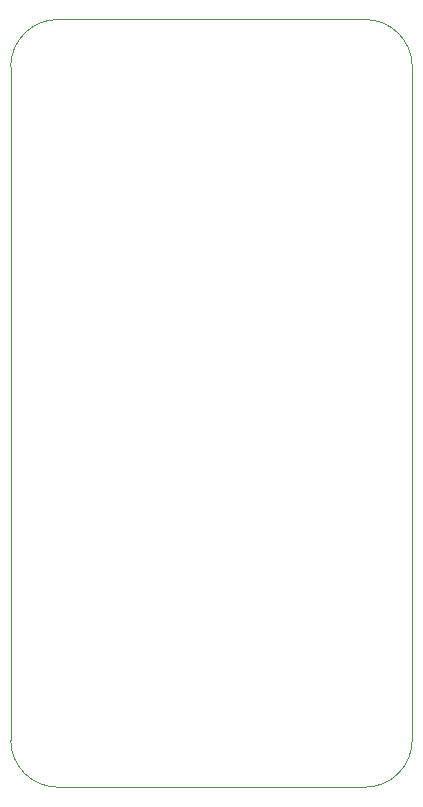
<source format=gbr>
%TF.GenerationSoftware,KiCad,Pcbnew,(6.0.5)*%
%TF.CreationDate,2022-07-28T11:09:16-06:00*%
%TF.ProjectId,transmitter,7472616e-736d-4697-9474-65722e6b6963,rev?*%
%TF.SameCoordinates,Original*%
%TF.FileFunction,Profile,NP*%
%FSLAX46Y46*%
G04 Gerber Fmt 4.6, Leading zero omitted, Abs format (unit mm)*
G04 Created by KiCad (PCBNEW (6.0.5)) date 2022-07-28 11:09:16*
%MOMM*%
%LPD*%
G01*
G04 APERTURE LIST*
%TA.AperFunction,Profile*%
%ADD10C,0.100000*%
%TD*%
G04 APERTURE END LIST*
D10*
X166000000Y-78000000D02*
G75*
G03*
X162000000Y-74000000I-4000000J0D01*
G01*
X162000000Y-139000000D02*
X136000000Y-139000000D01*
X166000000Y-78000000D02*
X166000000Y-135000000D01*
X162000000Y-139000000D02*
G75*
G03*
X166000000Y-135000000I0J4000000D01*
G01*
X132000000Y-135000000D02*
X132000000Y-78000000D01*
X136000000Y-74000000D02*
G75*
G03*
X132000000Y-78000000I0J-4000000D01*
G01*
X136000000Y-74000000D02*
X162000000Y-74000000D01*
X132000000Y-135000000D02*
G75*
G03*
X136000000Y-139000000I4000000J0D01*
G01*
M02*

</source>
